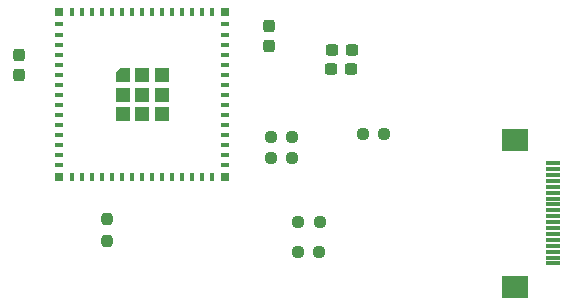
<source format=gbr>
%TF.GenerationSoftware,KiCad,Pcbnew,8.0.6*%
%TF.CreationDate,2025-02-04T14:09:59-07:00*%
%TF.ProjectId,Modular MacroPad,4d6f6475-6c61-4722-904d-6163726f5061,rev?*%
%TF.SameCoordinates,Original*%
%TF.FileFunction,Paste,Top*%
%TF.FilePolarity,Positive*%
%FSLAX46Y46*%
G04 Gerber Fmt 4.6, Leading zero omitted, Abs format (unit mm)*
G04 Created by KiCad (PCBNEW 8.0.6) date 2025-02-04 14:09:59*
%MOMM*%
%LPD*%
G01*
G04 APERTURE LIST*
G04 Aperture macros list*
%AMRoundRect*
0 Rectangle with rounded corners*
0 $1 Rounding radius*
0 $2 $3 $4 $5 $6 $7 $8 $9 X,Y pos of 4 corners*
0 Add a 4 corners polygon primitive as box body*
4,1,4,$2,$3,$4,$5,$6,$7,$8,$9,$2,$3,0*
0 Add four circle primitives for the rounded corners*
1,1,$1+$1,$2,$3*
1,1,$1+$1,$4,$5*
1,1,$1+$1,$6,$7*
1,1,$1+$1,$8,$9*
0 Add four rect primitives between the rounded corners*
20,1,$1+$1,$2,$3,$4,$5,0*
20,1,$1+$1,$4,$5,$6,$7,0*
20,1,$1+$1,$6,$7,$8,$9,0*
20,1,$1+$1,$8,$9,$2,$3,0*%
%AMOutline5P*
0 Free polygon, 5 corners , with rotation*
0 The origin of the aperture is its center*
0 number of corners: always 5*
0 $1 to $10 corner X, Y*
0 $11 Rotation angle, in degrees counterclockwise*
0 create outline with 5 corners*
4,1,5,$1,$2,$3,$4,$5,$6,$7,$8,$9,$10,$1,$2,$11*%
%AMOutline6P*
0 Free polygon, 6 corners , with rotation*
0 The origin of the aperture is its center*
0 number of corners: always 6*
0 $1 to $12 corner X, Y*
0 $13 Rotation angle, in degrees counterclockwise*
0 create outline with 6 corners*
4,1,6,$1,$2,$3,$4,$5,$6,$7,$8,$9,$10,$11,$12,$1,$2,$13*%
%AMOutline7P*
0 Free polygon, 7 corners , with rotation*
0 The origin of the aperture is its center*
0 number of corners: always 7*
0 $1 to $14 corner X, Y*
0 $15 Rotation angle, in degrees counterclockwise*
0 create outline with 7 corners*
4,1,7,$1,$2,$3,$4,$5,$6,$7,$8,$9,$10,$11,$12,$13,$14,$1,$2,$15*%
%AMOutline8P*
0 Free polygon, 8 corners , with rotation*
0 The origin of the aperture is its center*
0 number of corners: always 8*
0 $1 to $16 corner X, Y*
0 $17 Rotation angle, in degrees counterclockwise*
0 create outline with 8 corners*
4,1,8,$1,$2,$3,$4,$5,$6,$7,$8,$9,$10,$11,$12,$13,$14,$15,$16,$1,$2,$17*%
G04 Aperture macros list end*
%ADD10R,1.300000X0.300000*%
%ADD11R,2.200000X1.900000*%
%ADD12RoundRect,0.237500X-0.250000X-0.237500X0.250000X-0.237500X0.250000X0.237500X-0.250000X0.237500X0*%
%ADD13RoundRect,0.237500X-0.237500X0.300000X-0.237500X-0.300000X0.237500X-0.300000X0.237500X0.300000X0*%
%ADD14RoundRect,0.237500X0.250000X0.237500X-0.250000X0.237500X-0.250000X-0.237500X0.250000X-0.237500X0*%
%ADD15R,0.800000X0.400000*%
%ADD16R,0.400000X0.800000*%
%ADD17Outline5P,-0.600000X0.204000X-0.204000X0.600000X0.600000X0.600000X0.600000X-0.600000X-0.600000X-0.600000X0.000000*%
%ADD18R,1.200000X1.200000*%
%ADD19R,0.800000X0.800000*%
%ADD20RoundRect,0.237500X-0.300000X-0.237500X0.300000X-0.237500X0.300000X0.237500X-0.300000X0.237500X0*%
%ADD21RoundRect,0.237500X0.237500X-0.250000X0.237500X0.250000X-0.237500X0.250000X-0.237500X-0.250000X0*%
G04 APERTURE END LIST*
D10*
%TO.C,J7*%
X152224180Y-70095216D03*
X152224180Y-69595216D03*
X152224180Y-69095216D03*
X152224180Y-68595216D03*
X152224180Y-68095216D03*
X152224180Y-67595216D03*
X152224180Y-67095216D03*
X152224180Y-66595216D03*
X152224180Y-66095216D03*
X152224180Y-65595216D03*
X152224180Y-65095216D03*
X152224180Y-64595216D03*
X152224180Y-64095216D03*
X152224180Y-63595216D03*
X152224180Y-63095216D03*
X152224180Y-62595216D03*
X152224180Y-62095216D03*
X152224180Y-61595216D03*
D11*
X148974180Y-59645216D03*
X148974180Y-72045216D03*
%TD*%
D12*
%TO.C,R19*%
X130623890Y-69111208D03*
X132448890Y-69111208D03*
%TD*%
D13*
%TO.C,C11*%
X128173890Y-49998708D03*
X128173890Y-51723708D03*
%TD*%
D14*
%TO.C,R21*%
X130161390Y-61161208D03*
X128336390Y-61161208D03*
%TD*%
D12*
%TO.C,R18*%
X136131866Y-59109608D03*
X137956866Y-59109608D03*
%TD*%
D15*
%TO.C,U4*%
X110436390Y-49861208D03*
X110436390Y-50711208D03*
X110436390Y-51561208D03*
X110436390Y-52411208D03*
X110436390Y-53261208D03*
X110436390Y-54111208D03*
X110436390Y-54961208D03*
X110436390Y-55811208D03*
X110436390Y-56661208D03*
X110436390Y-57511208D03*
X110436390Y-58361208D03*
X110436390Y-59211208D03*
X110436390Y-60061208D03*
X110436390Y-60911208D03*
X110436390Y-61761208D03*
D16*
X111486390Y-62811208D03*
X112336390Y-62811208D03*
X113186390Y-62811208D03*
X114036390Y-62811208D03*
X114886390Y-62811208D03*
X115736390Y-62811208D03*
X116586390Y-62811208D03*
X117436390Y-62811208D03*
X118286390Y-62811208D03*
X119136390Y-62811208D03*
X119986390Y-62811208D03*
X120836390Y-62811208D03*
X121686390Y-62811208D03*
X122536390Y-62811208D03*
X123386390Y-62811208D03*
D15*
X124436390Y-61761208D03*
X124436390Y-60911208D03*
X124436390Y-60061208D03*
X124436390Y-59211208D03*
X124436390Y-58361208D03*
X124436390Y-57511208D03*
X124436390Y-56661208D03*
X124436390Y-55811208D03*
X124436390Y-54961208D03*
X124436390Y-54111208D03*
X124436390Y-53261208D03*
X124436390Y-52411208D03*
X124436390Y-51561208D03*
X124436390Y-50711208D03*
X124436390Y-49861208D03*
D16*
X123386390Y-48811208D03*
X122536390Y-48811208D03*
X121686390Y-48811208D03*
X120836390Y-48811208D03*
X119986390Y-48811208D03*
X119136390Y-48811208D03*
X118286390Y-48811208D03*
X117436390Y-48811208D03*
X116586390Y-48811208D03*
X115736390Y-48811208D03*
X114886390Y-48811208D03*
X114036390Y-48811208D03*
X113186390Y-48811208D03*
X112336390Y-48811208D03*
X111486390Y-48811208D03*
D17*
X115786390Y-54161208D03*
D18*
X115786390Y-55811208D03*
X115786390Y-57461208D03*
X117436390Y-54161208D03*
X117436390Y-55811208D03*
X117436390Y-57461208D03*
X119086390Y-54161208D03*
X119086390Y-55811208D03*
X119086390Y-57461208D03*
D19*
X110436390Y-48811208D03*
X110436390Y-62811208D03*
X124436390Y-62811208D03*
X124436390Y-48811208D03*
%TD*%
D20*
%TO.C,C13*%
X133411290Y-53664208D03*
X135136290Y-53664208D03*
%TD*%
D13*
%TO.C,C14*%
X107036390Y-52448708D03*
X107036390Y-54173708D03*
%TD*%
D20*
%TO.C,C12*%
X133486390Y-51987808D03*
X135211390Y-51987808D03*
%TD*%
D21*
%TO.C,R1*%
X114480980Y-68161208D03*
X114480980Y-66336208D03*
%TD*%
D12*
%TO.C,R20*%
X130673890Y-66611208D03*
X132498890Y-66611208D03*
%TD*%
D14*
%TO.C,R23*%
X130148890Y-59411208D03*
X128323890Y-59411208D03*
%TD*%
M02*

</source>
